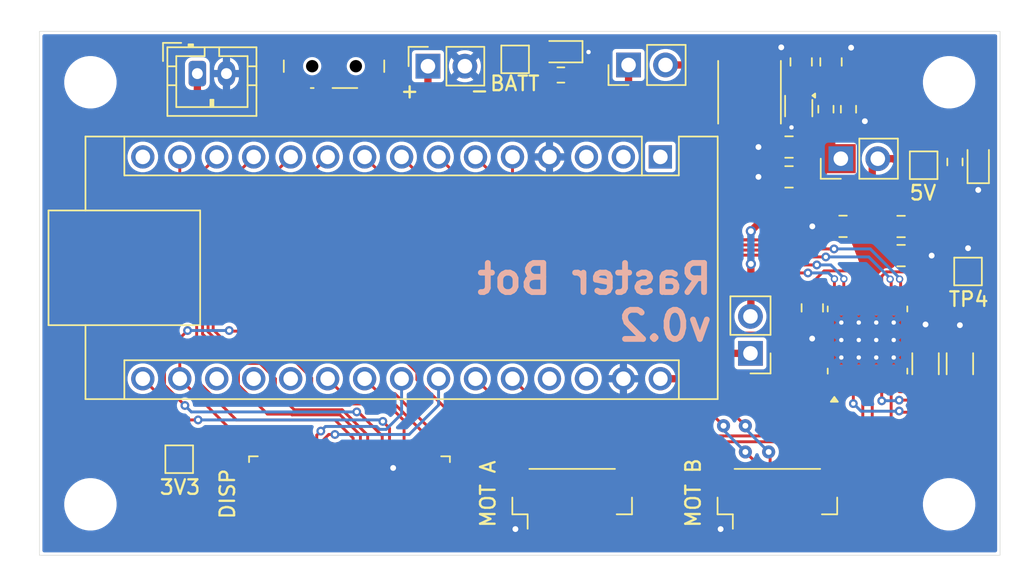
<source format=kicad_pcb>
(kicad_pcb (version 20241229) (generator "pcbnew") (generator_version "9.0")
  (title_block (title "Raster Bot") (rev "v0.2"))
  (layers (0 "F.Cu" signal) (2 "B.Cu" signal) (13 "F.Paste" user) (15 "B.Paste" user) (5 "F.SilkS" user "F.Silkscreen") (7 "B.SilkS" user "B.Silkscreen") (1 "F.Mask" user) (3 "B.Mask" user) (25 "Edge.Cuts" user))
  (net 0 "")
  (net 1 "+3V3")
  (net 2 "+5V")
  (net 3 "GND")
  (net 4 "+BATT")
  (net 5 "/A_IN1")
  (net 6 "/B_IN1")
  (net 10 "/DC")
  (net 11 "/B_ENCB")
  (net 13 "/B_IN2")
  (net 14 "/LITE")
  (net 15 "/SLEEP")
  (net 16 "/A_ENCB")
  (net 17 "/RST")
  (net 18 "/B_ENCA")
  (net 19 "/SDA")
  (net 23 "/SCK")
  (net 24 "/CS")
  (net 25 "/A_IN2")
  (net 26 "/A_ENCA")
  (net 27 "/SCL")
  (net 28 "/MOSI")
  (net 29 "Net-(U1-VINT)")
  (net 30 "Net-(U1-VCP)")
  (net 31 "/A_OUT1")
  (net 32 "/B_OUT2")
  (net 33 "/B_OUT1")
  (net 34 "/A_OUT2")
  (net 35 "Net-(D1-A)")
  (net 36 "Net-(U2-SW)")
  (net 37 "Net-(U1-AISEN)")
  (net 38 "Net-(U1-BISEN)")
  (net 39 "Net-(U2-FB)")
  (net 40 "Net-(D2-A)")
  (net 57 "Net-(J6-Pin_1)")
  (footprint "Resistor_SMD:R_0603_1608Metric" (layer "F.Cu") (at 165.585 80.35 -90)
    (property "Reference" "R4" (hide yes))
    (property "Value" "30k")
  )
  (footprint "Capacitor_SMD:C_0805_2012Metric" (layer "F.Cu") (at 164.385 77.1 90)
    (property "Reference" "C6" (hide yes))
    (property "Value" "10uF")
  )
  (footprint "Connector_PinHeader_2.54mm:PinHeader_1x02_P2.54mm_Vertical" (layer "F.Cu") (at 150.475 77.3114 90)
    (property "Reference" "J3" (hide yes))
    (property "Value" "JUMPER_2PIN" (hide yes))
  )
  (footprint "Inductor_SMD:L_Coilcraft_XxL4030" (layer "F.Cu") (at 158.785 79.185 -90)
    (property "Reference" "L1" (hide yes))
    (property "Value" "1uH")
  )
  (footprint "Module:Arduino_Nano" (layer "F.Cu") (at 152.66 83.6288 -90)
    (property "Reference" "A1" (hide yes))
    (property "Value" "Arduino_Nano_ESP32")
  )
  (footprint "Capacitor_SMD:C_0805_2012Metric" (layer "F.Cu") (at 169.2 88.41)
    (property "Reference" "C2" (hide yes))
    (property "Value" "0.01uF")
  )
  (footprint "Capacitor_SMD:C_0805_2012Metric" (layer "F.Cu") (at 165.21 88.4 180)
    (property "Reference" "C4" (hide yes))
    (property "Value" "10uF")
  )
  (footprint "MountingHole:MountingHole_3.2mm_M3" (layer "F.Cu") (at 172.5 78.5)
    (property "Reference" "H2" (hide yes))
    (property "Value" "MountingHole")
  )
  (footprint "TestPoint:TestPoint_Pad_1.5x1.5mm" (layer "F.Cu") (at 142.68 76.925)
    (property "Reference" "TP3" (hide yes))
    (property "Value" "TestPoint")
  )
  (footprint "LED_SMD:LED_0603_1608Metric" (layer "F.Cu") (at 174.5 83.95 90)
    (property "Reference" "D2" (hide yes))
    (property "Value" "LED")
  )
  (footprint "TestPoint:TestPoint_Pad_1.5x1.5mm" (layer "F.Cu") (at 170.75 84.2)
    (property "Reference" "TP2" (hide yes))
    (property "Value" "TestPoint")
  )
  (footprint "Capacitor_SMD:C_0805_2012Metric" (layer "F.Cu") (at 161.5 82.95 180)
    (property "Reference" "C7" (hide yes))
    (property "Value" "22uF")
  )
  (footprint "LED_SMD:LED_0603_1608Metric" (layer "F.Cu") (at 145.825 76.4 180)
    (property "Reference" "D1" (hide yes))
    (property "Value" "LED")
  )
  (footprint "Resistor_SMD:R_1206_3216Metric" (layer "F.Cu") (at 173.24 97.84 90)
    (property "Reference" "R1" (hide yes))
    (property "Value" "0.2")
  )
  (footprint "Package_TO_SOT_SMD:SOT-563" (layer "F.Cu") (at 162.1662 80.1349 -90)
    (property "Reference" "U2" (hide yes))
    (property "Value" "TPS61023DRLR")
  )
  (footprint "Connector_PinSocket_2.54mm:PinSocket_1x02_P2.54mm_Vertical" (layer "F.Cu") (at 136.6902 77.3954 90)
    (property "Reference" "J7" (hide yes))
    (property "Value" "PinSocket_1x02")
  )
  (footprint "Connector_JST:JST_PH_B2B-PH-K_1x02_P2.00mm_Vertical" (layer "F.Cu") (at 120.8472 77.9034)
    (property "Reference" "J6" (hide yes))
    (property "Value" "JST_PH")
  )
  (footprint "raster-bot:SW_SPDT_Shouhan_MSK12C02" (layer "F.Cu") (at 130.2372 77.3954 180)
    (property "Reference" "SW1" (hide yes))
    (property "Value" "SW_SPDT")
  )
  (footprint "Connector_PinHeader_2.54mm:PinHeader_1x02_P2.54mm_Vertical" (layer "F.Cu") (at 165.06 83.75 90)
    (property "Reference" "J2" (hide yes))
    (property "Value" "JUMPER_2PIN")
  )
  (footprint "Resistor_SMD:R_1206_3216Metric" (layer "F.Cu") (at 170.88 97.84 90)
    (property "Reference" "R2" (hide yes))
    (property "Value" "0.2")
  )
  (footprint "Resistor_SMD:R_0603_1608Metric" (layer "F.Cu") (at 145.825 78 180)
    (property "Reference" "R5" (hide yes))
    (property "Value" "2.2k")
  )
  (footprint "raster-bot:XUNPU_FPC-05F-18PH20_1x18-1MP_P0.5mm_Horizontal" (layer "F.Cu") (at 131.3 105.1)
    (property "Reference" "J4" (hide yes))
    (property "Value" "Conn_EYESPI")
  )
  (footprint "Connector_JST:JST_SH_BM06B-SRSS-TB_1x06-1MP_P1.00mm_Vertical" (layer "F.Cu") (at 146.6 107.075)
    (property "Reference" "J5" (hide yes))
    (property "Value" "Conn_Motor_N20_Encoder")
  )
  (footprint "TestPoint:TestPoint_Pad_1.5x1.5mm" (layer "F.Cu") (at 119.6 104.4)
    (property "Reference" "TP1" (hide yes))
    (property "Value" "TestPoint")
  )
  (footprint "Capacitor_SMD:C_0805_2012Metric" (layer "F.Cu") (at 162.335 77.1 90)
    (property "Reference" "C5" (hide yes))
    (property "Value" "0.1uF")
  )
  (footprint "MountingHole:MountingHole_3.2mm_M3" (layer "F.Cu") (at 172.5 107.5)
    (property "Reference" "H4" (hide yes))
    (property "Value" "MountingHole")
  )
  (footprint "Connector_PinHeader_2.54mm:PinHeader_1x02_P2.54mm_Vertical" (layer "F.Cu") (at 158.85 97.125 180)
    (property "Reference" "J1" (hide yes))
    (property "Value" "JUMPER_2PIN")
  )
  (footprint "Capacitor_SMD:C_0805_2012Metric" (layer "F.Cu") (at 163.1 94 -90)
    (property "Reference" "C1" (hide yes))
    (property "Value" "2.2uF")
  )
  (footprint "raster-bot:HTSSOP-16-1EP_4.4x5mm_P0.65mm_EP3.4x5mm_Mask2.66x2.46mm_ThermalVias" (layer "F.Cu") (at 166.8932 96.2104 90)
    (property "Reference" "U1" (hide yes))
    (property "Value" "DRV8833PWPR")
  )
  (footprint "MountingHole:MountingHole_3.2mm_M3" (layer "F.Cu") (at 113.5 78.5)
    (property "Reference" "H1" (hide yes))
    (property "Value" "MountingHole")
  )
  (footprint "Resistor_SMD:R_0603_1608Metric" (layer "F.Cu") (at 172.9 83.975 90)
    (property "Reference" "R6" (hide yes))
    (property "Value" "2.2k")
  )
  (footprint "Capacitor_SMD:C_0805_2012Metric" (layer "F.Cu") (at 161.5 85 180)
    (property "Reference" "C8" (hide yes))
    (property "Value" "22uF")
  )
  (footprint "Capacitor_SMD:C_0805_2012Metric" (layer "F.Cu") (at 169.2 90.41)
    (property "Reference" "C3" (hide yes))
    (property "Value" "0.1uF")
  )
  (footprint "TestPoint:TestPoint_Pad_1.5x1.5mm" (layer "F.Cu") (at 173.8 91.5)
    (property "Reference" "TP4")
    (property "Value" "TestPoint")
  )
  (footprint "MountingHole:MountingHole_3.2mm_M3" (layer "F.Cu") (at 113.5 107.5)
    (property "Reference" "H3" (hide yes))
    (property "Value" "MountingHole")
  )
  (footprint "Connector_JST:JST_SH_BM06B-SRSS-TB_1x06-1MP_P1.00mm_Vertical" (layer "F.Cu") (at 160.7 107.075)
    (property "Reference" "J8" (hide yes))
    (property "Value" "Conn_Motor_N20_Encoder")
  )
  (footprint "Resistor_SMD:R_0603_1608Metric" (layer "F.Cu") (at 164.035 80.35 90)
    (property "Reference" "R3" (hide yes))
    (property "Value" "220k")
  )
  (gr_rect (start 110 75) (end 176 111) (stroke (width 0.0381)) (fill no) (layer "Edge.Cuts"))
  (gr_text "3V3" (at 118.17 106.91 0) (layer "F.SilkS") (effects (font (size 1 1) (thickness 0.16)) (justify left bottom)))
  (gr_text "DISP" (at 123.5 108.6 90) (layer "F.SilkS") (effects (font (size 1 1) (thickness 0.16)) (justify left bottom)))
  (gr_text "+" (at 134.71 79.67 0) (layer "F.SilkS") (effects (font (size 1 1) (thickness 0.16)) (justify left bottom)))
  (gr_text "5V" (at 170.7 86.1 0) (layer "F.SilkS") (effects (font (size 1 1) (thickness 0.16))))
  (gr_text "-" (at 139.51 79.64 0) (layer "F.SilkS") (effects (font (size 1 1) (thickness 0.16)) (justify left bottom)))
  (gr_text "MOT B" (at 155.5 109.175 90) (layer "F.SilkS") (effects (font (size 1 1) (thickness 0.16)) (justify left bottom)))
  (gr_text "BATT" (at 140.86 79.17 0) (layer "F.SilkS") (effects (font (size 1 1) (thickness 0.16)) (justify left bottom)))
  (gr_text "MOT A" (at 141.4 109.175 90) (layer "F.SilkS") (effects (font (size 1 1) (thickness 0.16)) (justify left bottom)))
  (gr_text "Raster Bot\n${REVISION}" (at 156.4 96.4 0) (layer "B.SilkS") (effects (font (size 2 2) (thickness 0.4) (bold yes)) (justify left bottom mirror)))
  (segment (start 148.025001 110.1) (end 160.274999 110.1) (width 0.2) (layer "F.Cu") (net 1))
  (segment (start 147.1 108.4) (end 147.1 109.174999) (width 0.2) (layer "F.Cu") (net 1))
  (segment (start 161.2 109.174999) (end 161.2 108.4) (width 0.2) (layer "F.Cu") (net 1))
  (segment (start 128.211 106.3) (end 134.6 106.3) (width 0.2) (layer "F.Cu") (net 1))
  (segment (start 120.5 104.4) (end 122.7852 104.4) (width 0.2) (layer "F.Cu") (net 1))
  (segment (start 119.64 98.8688) (end 119.64 96.0914) (width 0.2) (layer "F.Cu") (net 1))
  (segment (start 125.118 103.207) (end 128.211 106.3) (width 0.2) (layer "F.Cu") (net 1))
  (segment (start 122.7852 104.4) (end 123.9782 103.207) (width 0.2) (layer "F.Cu") (net 1))
  (segment (start 123.0784 95.6) (end 123.0358 95.5574) (width 0.2) (layer "F.Cu") (net 1))
  (segment (start 135.931 98.433461) (end 133.097539 95.6) (width 0.2) (layer "F.Cu") (net 1))
  (segment (start 133.097539 95.6) (end 123.0784 95.6) (width 0.2) (layer "F.Cu") (net 1))
  (segment (start 160.274999 110.1) (end 161.2 109.174999) (width 0.2) (layer "F.Cu") (net 1))
  (segment (start 147.1 106.307224) (end 142.492776 101.7) (width 0.2) (layer "F.Cu") (net 1))
  (segment (start 138.7 101.7) (end 135.931 98.931) (width 0.2) (layer "F.Cu") (net 1))
  (segment (start 119.6 104.4) (end 120.7852 104.4) (width 0.2) (layer "F.Cu") (net 1))
  (segment (start 135.931 98.931) (end 135.931 98.433461) (width 0.2) (layer "F.Cu") (net 1))
  (segment (start 147.1 109.174999) (end 148.025001 110.1) (width 0.2) (layer "F.Cu") (net 1))
  (segment (start 123.9782 103.207) (end 125.118 103.207) (width 0.2) (layer "F.Cu") (net 1))
  (segment (start 135.55 105.35) (end 135.55 103.6) (width 0.2) (layer "F.Cu") (net 1))
  (segment (start 147.1 108.4) (end 147.1 106.307224) (width 0.2) (layer "F.Cu") (net 1))
  (segment (start 142.492776 101.7) (end 138.7 101.7) (width 0.2) (layer "F.Cu") (net 1))
  (segment (start 119.64 96.0914) (end 120.174 95.5574) (width 0.2) (layer "F.Cu") (net 1))
  (segment (start 134.6 106.3) (end 135.55 105.35) (width 0.2) (layer "F.Cu") (net 1))
  (segment (start 119.64 98.8688) (end 123.9782 103.207) (width 0.2) (layer "F.Cu") (net 1))
  (via (at 120.174 95.5574) (size 0.6) (drill 0.3) (layers "F.Cu" "B.Cu") (net 1))
  (via (at 123.0358 95.5574) (size 0.6) (drill 0.3) (layers "F.Cu" "B.Cu") (net 1))
  (segment (start 120.174 95.5574) (end 123.0358 95.5574) (width 0.2) (layer "B.Cu") (net 1))
  (segment (start 167.6 83.75) (end 168.7 83.75) (width 0.5) (layer "F.Cu") (net 2))
  (segment (start 160.808 86.8) (end 158.88 88.728) (width 0.5) (layer "F.Cu") (net 2))
  (segment (start 167.2182 84.1318) (end 167.2182 93.3479) (width 0.5) (layer "F.Cu") (net 2))
  (segment (start 158.88 90.981) (end 158.88 94.555) (width 0.5) (layer "F.Cu") (net 2))
  (segment (start 154.7188 98.8688) (end 152.66 98.8688) (width 0.5) (layer "F.Cu") (net 2))
  (segment (start 172.3 84.2) (end 172.9 84.8) (width 0.5) (layer "F.Cu") (net 2))
  (segment (start 169.15 84.2) (end 170.75 84.2) (width 0.5) (layer "F.Cu") (net 2))
  (segment (start 158.88 94.555) (end 158.85 94.585) (width 0.5) (layer "F.Cu") (net 2))
  (segment (start 167.6 83.75) (end 167.2182 84.1318) (width 0.5) (layer "F.Cu") (net 2))
  (segment (start 156.525 97.125) (end 154.75 98.9) (width 0.5) (layer "F.Cu") (net 2))
  (segment (start 168.7 83.75) (end 169.15 84.2) (width 0.5) (layer "F.Cu") (net 2))
  (segment (start 154.75 98.9) (end 154.7188 98.8688) (width 0.5) (layer "F.Cu") (net 2))
  (segment (start 158.85 97.125) (end 156.525 97.125) (width 0.5) (layer "F.Cu") (net 2))
  (segment (start 167.2182 86.8) (end 160.808 86.8) (width 0.5) (layer "F.Cu") (net 2))
  (segment (start 170.75 84.2) (end 172.3 84.2) (width 0.5) (layer "F.Cu") (net 2))
  (via (at 158.88 88.728) (size 0.7) (drill 0.4) (layers "F.Cu" "B.Cu") (net 2))
  (via (at 158.88 90.981) (size 0.7) (drill 0.4) (layers "F.Cu" "B.Cu") (net 2))
  (segment (start 152.6912 98.9) (end 152.66 98.8688) (width 0.5) (layer "B.Cu") (net 2))
  (segment (start 152.6714 98.8574) (end 152.66 98.8688) (width 0.5) (layer "B.Cu") (net 2))
  (segment (start 158.88 88.728) (end 158.88 90.981) (width 0.5) (layer "B.Cu") (net 2))
  (segment (start 174.5 84.7375) (end 174.5 85.9) (width 0.5) (layer "F.Cu") (net 3))
  (segment (start 134.3 105) (end 134.55 104.75) (width 0.2) (layer "F.Cu") (net 3))
  (segment (start 163.1 94.95) (end 163.1 96.1) (width 0.5) (layer "F.Cu") (net 3))
  (segment (start 147.725 76.4224) (end 146.6349 76.4224) (width 0.5) (layer "F.Cu") (net 3))
  (segment (start 158.2 108.4) (end 157.6 108.4) (width 0.5) (layer "F.Cu") (net 3))
  (segment (start 166.71 81.175) (end 165.585 81.175) (width 0.5) (layer "F.Cu") (net 3))
  (segment (start 160.9662 76.1) (end 160.9662 76.1224) (width 0.5) (layer "F.Cu") (net 3))
  (segment (start 166.5682 93.3479) (end 166.5682 95.8854) (width 0.5) (layer "F.Cu") (net 3))
  (segment (start 134.55 104.75) (end 134.55 103.6) (width 0.2) (layer "F.Cu") (net 3))
  (segment (start 163.1 96.1) (end 163.09 96.11) (width 0.5) (layer "F.Cu") (net 3))
  (segment (start 173.8 91.5) (end 173.8 89.9) (width 0.5) (layer "F.Cu") (net 3))
  (segment (start 164.26 88.4) (end 163.1 88.4) (width 0.5) (layer "F.Cu") (net 3))
  (segment (start 164.385 76.15) (end 165.7386 76.15) (width 0.5) (layer "F.Cu") (net 3))
  (segment (start 166.5682 95.8854) (end 166.8932 96.2104) (width 0.5) (layer "F.Cu") (net 3))
  (segment (start 161.6662 81.5962) (end 161.6662 80.8474) (width 0.2) (layer "F.Cu") (net 3))
  (segment (start 157.6 108.4) (end 156.8 109.2) (width 0.5) (layer "F.Cu") (net 3))
  (segment (start 165.7386 76.15) (end 165.7662 76.1224) (width 0.5) (layer "F.Cu") (net 3))
  (segment (start 144.1 108.4) (end 143.5 108.4) (width 0.5) (layer "F.Cu") (net 3))
  (segment (start 170.15 90.41) (end 171.3 90.41) (width 0.5) (layer "F.Cu") (net 3))
  (segment (start 161.67 81.6) (end 161.6662 81.5962) (width 0.2) (layer "F.Cu") (net 3))
  (segment (start 160.55 85) (end 159.4 85) (width 0.5) (layer "F.Cu") (net 3))
  (segment (start 146.6349 76.4224) (end 146.6125 76.4) (width 0.762) (layer "F.Cu") (net 3))
  (segment (start 160.9662 76.1224) (end 160.9938 76.15) (width 0.5) (layer "F.Cu") (net 3))
  (segment (start 143.5 108.4) (end 142.7 109.2) (width 0.5) (layer "F.Cu") (net 3))
  (segment (start 170.88 96.3775) (end 170.88 95.14) (width 0.5) (layer "F.Cu") (net 3))
  (segment (start 160.55 82.95) (end 159.4 82.95) (width 0.5) (layer "F.Cu") (net 3))
  (segment (start 160.9938 76.15) (end 162.335 76.15) (width 0.5) (layer "F.Cu") (net 3))
  (segment (start 173.24 96.3775) (end 173.24 95.19) (width 0.5) (layer "F.Cu") (net 3))
  (via (at 173.24 95.19) (size 0.7) (drill 0.4) (layers "F.Cu" "B.Cu") (net 3))
  (via (at 163.09 96.11) (size 0.7) (drill 0.4) (layers "F.Cu" "B.Cu") (net 3))
  (via (at 142.7 109.2) (size 0.9) (drill 0.4) (layers "F.Cu" "B.Cu") (net 3))
  (via (at 166.71 81.175) (size 0.7) (drill 0.4) (layers "F.Cu" "B.Cu") (net 3))
  (via (at 171.3 90.41) (size 0.7) (drill 0.4) (layers "F.Cu" "B.Cu") (net 3))
  (via (at 165.7662 76.1224) (size 0.7) (drill 0.4) (layers "F.Cu" "B.Cu") (net 3))
  (via (at 174.5 85.9) (size 0.7) (drill 0.4) (layers "F.Cu" "B.Cu") (net 3))
  (via (at 161.67 81.6) (size 0.6) (drill 0.3) (layers "F.Cu" "B.Cu") (net 3))
  (via (at 170.88 95.14) (size 0.7) (drill 0.4) (layers "F.Cu" "B.Cu") (net 3))
  (via (at 147.725 76.4224) (size 0.6) (drill 0.3) (layers "F.Cu" "B.Cu") (net 3))
  (via (at 159.4 82.95) (size 0.7) (drill 0.4) (layers "F.Cu" "B.Cu") (net 3))
  (via (at 134.3 105) (size 0.7) (drill 0.4) (layers "F.Cu" "B.Cu") (net 3))
  (via (at 159.4 85) (size 0.7) (drill 0.4) (layers "F.Cu" "B.Cu") (net 3))
  (via (at 160.9662 76.1) (size 0.7) (drill 0.4) (layers "F.Cu" "B.Cu") (net 3))
  (via (at 156.8 109.2) (size 0.9) (drill 0.4) (layers "F.Cu" "B.Cu") (net 3))
  (via (at 163.1 88.4) (size 0.7) (drill 0.4) (layers "F.Cu" "B.Cu") (net 3))
  (via (at 173.8 89.9) (size 0.7) (drill 0.4) (layers "F.Cu" "B.Cu") (net 3))
  (segment (start 155.2614 77.3114) (end 155.95 78) (width 0.5) (layer "F.Cu") (net 4))
  (segment (start 132.4872 79.3454) (end 133.3742 80.2324) (width 0.5) (layer "F.Cu") (net 4))
  (segment (start 142.68 76.925) (end 142.68 80.1) (width 0.5) (layer "F.Cu") (net 4))
  (segment (start 149.0676 80.2324) (end 150.475 78.825) (width 0.5) (layer "F.Cu") (net 4))
  (segment (start 146.325 80.2074) (end 146.3 80.2324) (width 0.5) (layer "F.Cu") (net 4))
  (segment (start 136.6902 77.3954) (end 136.6902 80.2324) (width 0.5) (layer "F.Cu") (net 4))
  (segment (start 134.3902 80.2324) (end 144.7712 80.2324) (width 0.5) (layer "F.Cu") (net 4))
  (segment (start 146.65 78) (end 146.65 80.2074) (width 0.5) (layer "F.Cu") (net 4))
  (segment (start 155.95 78) (end 158.785 78) (width 0.5) (layer "F.Cu") (net 4))
  (segment (start 133.3742 80.2324) (end 134.3902 80.2324) (width 0.5) (layer "F.Cu") (net 4))
  (segment (start 144.7712 80.2324) (end 146.3 80.2324) (width 0.5) (layer "F.Cu") (net 4))
  (segment (start 153.015 77.3114) (end 155.2614 77.3114) (width 0.5) (layer "F.Cu") (net 4))
  (segment (start 150.475 78.825) (end 150.475 77.3114) (width 0.5) (layer "F.Cu") (net 4))
  (segment (start 146.3 80.2324) (end 149.0676 80.2324) (width 0.5) (layer "F.Cu") (net 4))
  (segment (start 164.620109 92.092738) (end 164.6182 92.094647) (width 0.2) (layer "F.Cu") (net 5))
  (segment (start 141.6322 90.381) (end 134.88 83.6288) (width 0.2) (layer "F.Cu") (net 5))
  (segment (start 164.6182 92.094647) (end 164.6182 93.3479) (width 0.2) (layer "F.Cu") (net 5))
  (segment (start 160.101 90.381) (end 141.6322 90.381) (width 0.2) (layer "F.Cu") (net 5))
  (segment (start 161.32 91.6) (end 160.101 90.381) (width 0.2) (layer "F.Cu") (net 5))
  (segment (start 164.619997 92.01) (end 164.620109 92.010112) (width 0.2) (layer "F.Cu") (net 5))
  (segment (start 162.8 91.6) (end 161.32 91.6) (width 0.2) (layer "F.Cu") (net 5))
  (segment (start 164.620109 92.010112) (end 164.620109 92.092738) (width 0.2) (layer "F.Cu") (net 5))
  (via (at 164.619997 92.01) (size 0.5) (drill 0.3) (layers "F.Cu" "B.Cu") (net 5))
  (via (at 162.8 91.6) (size 0.6) (drill 0.3) (layers "F.Cu" "B.Cu") (net 5))
  (segment (start 164.209997 91.6) (end 162.8 91.6) (width 0.2) (layer "B.Cu") (net 5))
  (segment (start 164.619997 92.01) (end 164.209997 91.6) (width 0.2) (layer "B.Cu") (net 5))
  (segment (start 164.255738 89.949) (end 161.158165 89.949) (width 0.2) (layer "F.Cu") (net 6))
  (segment (start 169.096686 92.026) (end 169.1682 92.097514) (width 0.2) (layer "F.Cu") (net 6))
  (segment (start 164.256738 89.95) (end 164.255738 89.949) (width 0.2) (layer "F.Cu") (net 6))
  (segment (start 158.631057 89.329) (end 158.622057 89.32) (width 0.2) (layer "F.Cu") (net 6))
  (segment (start 159.137943 89.32) (end 159.128943 89.329) (width 0.2) (layer "F.Cu") (net 6))
  (segment (start 159.128943 89.329) (end 158.631057 89.329) (width 0.2) (layer "F.Cu") (net 6))
  (segment (start 169.168206 92.100012) (end 169.168206 92.15) (width 0.2) (layer "F.Cu") (net 6))
  (segment (start 142.5 85.43) (end 142.5 83.6288) (width 0.2) (layer "F.Cu") (net 6))
  (segment (start 169.096686 92.026) (end 169.096686 92.028492) (width 0.2) (layer "F.Cu") (net 6))
  (segment (start 157.4 89.32) (end 146.38 89.32) (width 0.2) (layer "F.Cu") (net 6))
  (segment (start 161.158165 89.949) (end 160.538166 89.329) (width 0.2) (layer "F.Cu") (net 6))
  (segment (start 158.622057 89.32) (end 157.4 89.32) (width 0.2) (layer "F.Cu") (net 6))
  (segment (start 142.495 85.435) (end 142.5 85.43) (width 0.2) (layer "F.Cu") (net 6))
  (segment (start 146.38 89.32) (end 142.495 85.435) (width 0.2) (layer "F.Cu") (net 6))
  (segment (start 169.1682 92.097514) (end 169.1682 93.3479) (width 0.2) (layer "F.Cu") (net 6))
  (segment (start 160.538166 89.329) (end 157.409 89.329) (width 0.2) (layer "F.Cu") (net 6))
  (segment (start 157.409 89.329) (end 157.4 89.32) (width 0.2) (layer "F.Cu") (net 6))
  (segment (start 169.096686 92.028492) (end 169.168206 92.100012) (width 0.2) (layer "F.Cu") (net 6))
  (segment (start 164.593453 89.95) (end 164.256738 89.95) (width 0.2) (layer "F.Cu") (net 6))
  (via (at 169.096686 92.026) (size 0.5) (drill 0.3) (layers "F.Cu" "B.Cu") (net 6))
  (via (at 164.593453 89.95) (size 0.6) (drill 0.3) (layers "F.Cu" "B.Cu") (net 6))
  (segment (start 167.084971 89.95) (end 164.593453 89.95) (width 0.2) (layer "B.Cu") (net 6))
  (segment (start 169.096686 92.026) (end 169.096686 91.961715) (width 0.2) (layer "B.Cu") (net 6))
  (segment (start 169.096686 91.961715) (end 167.084971 89.95) (width 0.2) (layer "B.Cu") (net 6))
  (segment (start 130.796388 101) (end 132.55 102.753612) (width 0.2) (layer "F.Cu") (net 10))
  (segment (start 127.26 83.6288) (end 121.583 89.3058) (width 0.2) (layer "F.Cu") (net 10))
  (segment (start 132.55 102.753612) (end 132.55 103.85) (width 0.2) (layer "F.Cu") (net 10))
  (segment (start 123.321526 97.378474) (end 123.760851 97.8178) (width 0.2) (layer "F.Cu") (net 10))
  (segment (start 126.209 98.871461) (end 126.209 99.709) (width 0.2) (layer "F.Cu") (net 10))
  (segment (start 121.583 89.3058) (end 121.583 95.639949) (width 0.2) (layer "F.Cu") (net 10))
  (segment (start 126.209 99.709) (end 127.5 101) (width 0.2) (layer "F.Cu") (net 10))
  (segment (start 125.155339 97.8178) (end 126.209 98.871461) (width 0.2) (layer "F.Cu") (net 10))
  (segment (start 123.760851 97.8178) (end 125.155339 97.8178) (width 0.2) (layer "F.Cu") (net 10))
  (segment (start 127.5 101) (end 130.796388 101) (width 0.2) (layer "F.Cu") (net 10))
  (segment (start 121.583 95.639949) (end 123.321526 97.378474) (width 0.2) (layer "F.Cu") (net 10))
  (segment (start 159.2 104.6) (end 159.2 108.4) (width 0.2) (layer "F.Cu") (net 11))
  (segment (start 142.1912 101.1) (end 143.1 101.1) (width 0.2) (layer "F.Cu") (net 11))
  (segment (start 156 101.1) (end 157 102.1) (width 0.2) (layer "F.Cu") (net 11))
  (segment (start 139.96 98.8688) (end 142.1912 101.1) (width 0.2) (layer "F.Cu") (net 11))
  (segment (start 158.5 103.9) (end 159.2 104.6) (width 0.2) (layer "F.Cu") (net 11))
  (segment (start 143.1 101.1) (end 156 101.1) (width 0.2) (layer "F.Cu") (net 11))
  (via (at 158.5 103.9) (size 0.9) (drill 0.4) (layers "F.Cu" "B.Cu") (net 11))
  (via (at 157 102.1) (size 0.9) (drill 0.4) (layers "F.Cu" "B.Cu") (net 11))
  (segment (start 157 102.4) (end 158.5 103.9) (width 0.2) (layer "B.Cu") (net 11))
  (segment (start 157 102.1) (end 157 102.4) (width 0.2) (layer "B.Cu") (net 11))
  (segment (start 164.027506 90.5) (end 161.212776 90.5) (width 0.2) (layer "F.Cu") (net 13))
  (segment (start 168.518149 92.099952) (end 168.5182 92.100003) (width 0.2) (layer "F.Cu") (net 13))
  (segment (start 161.212776 90.5) (end 160.392777 89.68) (width 0.2) (layer "F.Cu") (net 13))
  (segment (start 168.518149 92.090285) (end 168.518149 92.099952) (width 0.2) (layer "F.Cu") (net 13))
  (segment (start 160.392777 89.68) (end 146.0112 89.68) (width 0.2) (layer "F.Cu") (net 13))
  (segment (start 168.453864 92.026) (end 168.518149 92.090285) (width 0.2) (layer "F.Cu") (net 13))
  (segment (start 168.446683 92.026) (end 168.465345 92.044662) (width 0.2) (layer "F.Cu") (net 13))
  (segment (start 168.518203 92.091753) (end 168.518203 92.15) (width 0.2) (layer "F.Cu") (net 13))
  (segment (start 168.465345 92.044662) (end 168.471112 92.044662) (width 0.2) (layer "F.Cu") (net 13))
  (segment (start 168.471112 92.044662) (end 168.518203 92.091753) (width 0.2) (layer "F.Cu") (net 13))
  (segment (start 146.0112 89.68) (end 139.96 83.6288) (width 0.2) (layer "F.Cu") (net 13))
  (segment (start 168.446683 92.026) (end 168.453864 92.026) (width 0.2) (layer "F.Cu") (net 13))
  (segment (start 168.5182 92.100003) (end 168.5182 93.3479) (width 0.2) (layer "F.Cu") (net 13))
  (via (at 168.446683 92.026) (size 0.5) (drill 0.3) (layers "F.Cu" "B.Cu") (net 13))
  (via (at 164.027506 90.5) (size 0.6) (drill 0.3) (layers "F.Cu" "B.Cu") (net 13))
  (segment (start 168.471112 92.001571) (end 168.471112 91.994391) (width 0.2) (layer "B.Cu") (net 13))
  (segment (start 166.976721 90.5) (end 164.027506 90.5) (width 0.2) (layer "B.Cu") (net 13))
  (segment (start 168.471112 91.994391) (end 166.976721 90.5) (width 0.2) (layer "B.Cu") (net 13))
  (segment (start 168.446683 92.026) (end 168.471112 92.001571) (width 0.2) (layer "B.Cu") (net 13))
  (segment (start 121.934 95.494561) (end 123.501239 97.0618) (width 0.2) (layer "F.Cu") (net 14))
  (segment (start 129.8 83.6288) (end 121.934 91.4948) (width 0.2) (layer "F.Cu") (net 14))
  (segment (start 135.05 101.75) (end 135.05 103.85) (width 0.2) (layer "F.Cu") (net 14))
  (segment (start 123.501239 97.0618) (end 126.939339 97.0618) (width 0.2) (layer "F.Cu") (net 14))
  (segment (start 133.9 100.6) (end 135.05 101.75) (width 0.2) (layer "F.Cu") (net 14))
  (segment (start 121.934 91.4948) (end 121.934 95.494561) (width 0.2) (layer "F.Cu") (net 14))
  (segment (start 126.939339 97.0618) (end 128.7 98.822461) (width 0.2) (layer "F.Cu") (net 14))
  (segment (start 128.7 99.5) (end 129.8 100.6) (width 0.2) (layer "F.Cu") (net 14))
  (segment (start 129.8 100.6) (end 133.9 100.6) (width 0.2) (layer "F.Cu") (net 14))
  (segment (start 128.7 98.822461) (end 128.7 99.5) (width 0.2) (layer "F.Cu") (net 14))
  (segment (start 156.37 94.95) (end 157.15 95.73) (width 0.2) (layer "F.Cu") (net 15))
  (segment (start 161.2753 95.73) (end 164.6182 99.0729) (width 0.2) (layer "F.Cu") (net 15))
  (segment (start 143.6612 94.95) (end 156.37 94.95) (width 0.2) (layer "F.Cu") (net 15))
  (segment (start 132.34 83.6288) (end 143.6612 94.95) (width 0.2) (layer "F.Cu") (net 15))
  (segment (start 157.15 95.73) (end 161.2753 95.73) (width 0.2) (layer "F.Cu") (net 15))
  (segment (start 131.1802 100.249) (end 134.049 100.249) (width 0.2) (layer "F.Cu") (net 16))
  (segment (start 129.8 98.8688) (end 131.1802 100.249) (width 0.2) (layer "F.Cu") (net 16))
  (segment (start 145.1 105.3) (end 145.1 108.4) (width 0.2) (layer "F.Cu") (net 16))
  (segment (start 142.3 102.5) (end 145.1 105.3) (width 0.2) (layer "F.Cu") (net 16))
  (segment (start 134.049 100.249) (end 136.3 102.5) (width 0.2) (layer "F.Cu") (net 16))
  (segment (start 136.3 102.5) (end 142.3 102.5) (width 0.2) (layer "F.Cu") (net 16))
  (segment (start 123.669 98.260521) (end 123.669 99.304139) (width 0.2) (layer "F.Cu") (net 17))
  (segment (start 123.199279 97.7908) (end 123.669 98.260521) (width 0.2) (layer "F.Cu") (net 17))
  (segment (start 132.05 102.75) (end 132.05 103.85) (width 0.2) (layer "F.Cu") (net 17))
  (segment (start 125.664861 101.3) (end 127.303612 101.3) (width 0.2) (layer "F.Cu") (net 17))
  (segment (start 127.303612 101.3) (end 127.354612 101.351) (width 0.2) (layer "F.Cu") (net 17))
  (segment (start 127.354612 101.351) (end 130.651 101.351) (width 0.2) (layer "F.Cu") (net 17))
  (segment (start 130.651 101.351) (end 132.05 102.75) (width 0.2) (layer "F.Cu") (net 17))
  (segment (start 121.205 87.1438) (end 121.205 95.796521) (width 0.2) (layer "F.Cu") (net 17))
  (segment (start 124.72 83.6288) (end 124.72 84.1268) (width 0.254) (layer "F.Cu") (net 17))
  (segment (start 123.669 99.304139) (end 125.664861 101.3) (width 0.2) (layer "F.Cu") (net 17))
  (segment (start 121.205 95.796521) (end 123.199279 97.7908) (width 0.2) (layer "F.Cu") (net 17))
  (segment (start 124.72 83.6288) (end 121.205 87.1438) (width 0.2) (layer "F.Cu") (net 17))
  (segment (start 160.2 104) (end 160.2 108.4) (width 0.2) (layer "F.Cu") (net 18))
  (segment (start 160.1 103.9) (end 160.2 104) (width 0.2) (layer "F.Cu") (net 18))
  (segment (start 142.5 98.8688) (end 144.3802 100.749) (width 0.2) (layer "F.Cu") (net 18))
  (segment (start 157.149 100.749) (end 158.5 102.1) (width 0.2) (layer "F.Cu") (net 18))
  (segment (start 144.3802 100.749) (end 150.5 100.749) (width 0.2) (layer "F.Cu") (net 18))
  (segment (start 150.5 100.749) (end 157.149 100.749) (width 0.2) (layer "F.Cu") (net 18))
  (via (at 158.5 102.1) (size 0.9) (drill 0.4) (layers "F.Cu" "B.Cu") (net 18))
  (via (at 160.1 103.9) (size 0.9) (drill 0.4) (layers "F.Cu" "B.Cu") (net 18))
  (segment (start 158.5 102.3) (end 160.1 103.9) (width 0.2) (layer "B.Cu") (net 18))
  (segment (start 158.5 102.1) (end 158.5 102.3) (width 0.2) (layer "B.Cu") (net 18))
  (segment (start 129.328888 102.468294) (end 129.05 102.747182) (width 0.2) (layer "F.Cu") (net 19))
  (segment (start 129.05 102.747182) (end 129.05 103.6) (width 0.2) (layer "F.Cu") (net 19))
  (segment (start 134.88 98.8688) (end 134.88 99.58) (width 0.2) (layer "F.Cu") (net 19))
  (via (at 129.328888 102.468294) (size 0.6) (drill 0.3) (layers "F.Cu" "B.Cu") (net 19))
  (segment (start 133.161177 102.149) (end 133.362177 102.35) (width 0.2) (layer "B.Cu") (net 19))
  (segment (start 129.648182 102.149) (end 133.161177 102.149) (width 0.2) (layer "B.Cu") (net 19))
  (segment (start 134.88 101.288641) (end 134.88 98.8688) (width 0.2) (layer "B.Cu") (net 19))
  (segment (start 133.818641 102.35) (end 134.88 101.288641) (width 0.2) (layer "B.Cu") (net 19))
  (segment (start 129.328888 102.468294) (end 129.648182 102.149) (width 0.2) (layer "B.Cu") (net 19))
  (segment (start 133.362177 102.35) (end 133.818641 102.35) (width 0.2) (layer "B.Cu") (net 19))
  (segment (start 133.590409 101.809591) (end 134.05 102.269182) (width 0.2) (layer "F.Cu") (net 23))
  (segment (start 133.590409 101.799) (end 133.590409 101.809591) (width 0.2) (layer "F.Cu") (net 23))
  (segment (start 134.05 102.269182) (end 134.05 103.85) (width 0.2) (layer "F.Cu") (net 23))
  (segment (start 119.9312 101.7) (end 117.1 98.8688) (width 0.2) (layer "F.Cu") (net 23))
  (segment (start 119.9312 101.7) (end 120.9 101.7) (width 0.2) (layer "F.Cu") (net 23))
  (via (at 133.590409 101.799) (size 0.6) (drill 0.3) (layers "F.Cu" "B.Cu") (net 23))
  (via (at 120.9 101.7) (size 0.6) (drill 0.3) (layers "F.Cu" "B.Cu") (net 23))
  (segment (start 120.9 101.7) (end 133.491409 101.7) (width 0.2) (layer "B.Cu") (net 23))
  (segment (start 133.491409 101.7) (end 133.590409 101.799) (width 0.2) (layer "B.Cu") (net 23))
  (segment (start 131.55 102.95) (end 131.55 103.85) (width 0.2) (layer "F.Cu") (net 24))
  (segment (start 123.524861 101.7) (end 127.207223 101.7) (width 0.2) (layer "F.Cu") (net 24))
  (segment (start 120.8 95.964277) (end 120.8 98.975139) (width 0.2) (layer "F.Cu") (net 24))
  (segment (start 130.302 101.702) (end 131.55 102.95) (width 0.2) (layer "F.Cu") (net 24))
  (segment (start 127.209224 101.702) (end 130.302 101.702) (width 0.2) (layer "F.Cu") (net 24))
  (segment (start 120.8 98.975139) (end 123.524861 101.7) (width 0.2) (layer "F.Cu") (net 24))
  (segment (start 122.18 83.6288) (end 120.8 85.0088) (width 0.2) (layer "F.Cu") (net 24))
  (segment (start 122.19 83.6288) (end 122.18 83.6288) (width 0.254) (layer "F.Cu") (net 24))
  (segment (start 127.207223 101.7) (end 127.209224 101.702) (width 0.2) (layer "F.Cu") (net 24))
  (segment (start 120.8 85.0088) (end 120.8 95.964277) (width 0.2) (layer "F.Cu") (net 24))
  (segment (start 143.8212 90.03) (end 137.42 83.6288) (width 0.2) (layer "F.Cu") (net 25))
  (segment (start 165.262924 92.017076) (end 165.27 92.01) (width 0.2) (layer "F.Cu") (net 25))
  (segment (start 161.266388 91.05) (end 160.246388 90.03) (width 0.2) (layer "F.Cu") (net 25))
  (segment (start 162.570768 91.05) (end 161.266388 91.05) (width 0.2) (layer "F.Cu") (net 25))
  (segment (start 162.571768 91.049) (end 162.570768 91.05) (width 0.2) (layer "F.Cu") (net 25))
  (segment (start 165.262924 92.09) (end 165.262924 93.342624) (width 0.2) (layer "F.Cu") (net 25))
  (segment (start 160.246388 90.03) (end 143.8212 90.03) (width 0.2) (layer "F.Cu") (net 25))
  (segment (start 165.262924 92.09) (end 165.262924 92.017076) (width 0.2) (layer "F.Cu") (net 25))
  (segment (start 163.410302 91.05) (end 163.029232 91.05) (width 0.2) (layer "F.Cu") (net 25))
  (segment (start 163.029232 91.05) (end 163.028232 91.049) (width 0.2) (layer "F.Cu") (net 25))
  (segment (start 165.262924 93.342624) (end 165.2682 93.3479) (width 0.2) (layer "F.Cu") (net 25))
  (segment (start 163.028232 91.049) (end 162.571768 91.049) (width 0.2) (layer "F.Cu") (net 25))
  (via (at 163.410302 91.05) (size 0.6) (drill 0.3) (layers "F.Cu" "B.Cu") (net 25))
  (via (at 165.27 92.01) (size 0.5) (drill 0.3) (layers "F.Cu" "B.Cu") (net 25))
  (segment (start 165.27 91.951482) (end 164.368518 91.05) (width 0.2) (layer "B.Cu") (net 25))
  (segment (start 165.27 92.01) (end 165.27 91.951482) (width 0.2) (layer "B.Cu") (net 25))
  (segment (start 164.368518 91.05) (end 163.410302 91.05) (width 0.2) (layer "B.Cu") (net 25))
  (segment (start 134.422861 99.898) (end 136.673861 102.149) (width 0.2) (layer "F.Cu") (net 26))
  (segment (start 133.3692 99.898) (end 134.422861 99.898) (width 0.2) (layer "F.Cu") (net 26))
  (segment (start 142.445388 102.149) (end 146.1 105.803612) (width 0.2) (layer "F.Cu") (net 26))
  (segment (start 146.1 105.803612) (end 146.1 108.4) (width 0.2) (layer "F.Cu") (net 26))
  (segment (start 132.34 98.8688) (end 133.3692 99.898) (width 0.2) (layer "F.Cu") (net 26))
  (segment (start 136.673861 102.149) (end 142.445388 102.149) (width 0.2) (layer "F.Cu") (net 26))
  (segment (start 129.55 103.025) (end 129.55 103.85) (width 0.2) (layer "F.Cu") (net 27))
  (segment (start 130.3 102.7) (end 129.875 102.7) (width 0.2) (layer "F.Cu") (net 27))
  (segment (start 129.875 102.7) (end 129.55 103.025) (width 0.2) (layer "F.Cu") (net 27))
  (via (at 130.3 102.7) (size 0.6) (drill 0.3) (layers "F.Cu" "B.Cu") (net 27))
  (segment (start 137.42 100.68) (end 137.42 98.8688) (width 0.2) (layer "B.Cu") (net 27))
  (segment (start 130.3 102.7) (end 135.4 102.7) (width 0.2) (layer "B.Cu") (net 27))
  (segment (start 135.4 102.7) (end 137.42 100.68) (width 0.2) (layer "B.Cu") (net 27))
  (segment (start 132 101.25) (end 133.55 102.8) (width 0.2) (layer "F.Cu") (net 28))
  (segment (start 118.589 99.304139) (end 118.589 89.111) (width 0.2) (layer "F.Cu") (net 28))
  (segment (start 131.9 101.25) (end 132 101.25) (width 0.2) (layer "F.Cu") (net 28))
  (segment (start 118.589 89.111) (end 119.64 88.06) (width 0.2) (layer "F.Cu") (net 28))
  (segment (start 119.64 88.06) (end 119.64 83.6288) (width 0.2) (layer "F.Cu") (net 28))
  (segment (start 131.8 101.15) (end 131.9 101.25) (width 0.2) (layer "F.Cu") (net 28))
  (segment (start 119.99243 100.70757) (end 118.589 99.304139) (width 0.2) (layer "F.Cu") (net 28))
  (segment (start 133.55 102.8) (end 133.55 103.85) (width 0.2) (layer "F.Cu") (net 28))
  (via (at 131.8 101.15) (size 0.6) (drill 0.3) (layers "F.Cu" "B.Cu") (net 28))
  (via (at 119.99243 100.70757) (size 0.6) (drill 0.3) (layers "F.Cu" "B.Cu") (net 28))
  (segment (start 120.43486 101.15) (end 119.99243 100.70757) (width 0.2) (layer "B.Cu") (net 28))
  (segment (start 131.8 101.15) (end 120.43486 101.15) (width 0.2) (layer "B.Cu") (net 28))
  (segment (start 163.1 93.05) (end 163.1 92.27) (width 0.2) (layer "F.Cu") (net 29))
  (segment (start 165.54 91.46) (end 165.9182 91.8382) (width 0.2) (layer "F.Cu") (net 29))
  (segment (start 163.91 91.46) (end 165.54 91.46) (width 0.2) (layer "F.Cu") (net 29))
  (segment (start 165.9182 91.8382) (end 165.9182 93.3479) (width 0.2) (layer "F.Cu") (net 29))
  (segment (start 163.1 92.27) (end 163.91 91.46) (width 0.2) (layer "F.Cu") (net 29))
  (segment (start 171.173943 91.526) (end 171.901 90.798943) (width 0.2) (layer "F.Cu") (net 30))
  (segment (start 168.174 91.526) (end 171.173943 91.526) (width 0.2) (layer "F.Cu") (net 30))
  (segment (start 167.8682 93.3479) (end 167.8682 91.8318) (width 0.2) (layer "F.Cu") (net 30))
  (segment (start 171.901 89.351) (end 170.96 88.41) (width 0.2) (layer "F.Cu") (net 30))
  (segment (start 171.901 90.798943) (end 171.901 89.351) (width 0.2) (layer "F.Cu") (net 30))
  (segment (start 167.8682 91.8318) (end 168.174 91.526) (width 0.2) (layer "F.Cu") (net 30))
  (segment (start 170.96 88.41) (end 170.15 88.41) (width 0.2) (layer "F.Cu") (net 30))
  (segment (start 165.2682 102.1) (end 165.2682 99.0729) (width 0.2) (layer "F.Cu") (net 31))
  (segment (start 149.590448 108.4) (end 155.190448 102.8) (width 0.2) (layer "F.Cu") (net 31))
  (segment (start 149.1 108.4) (end 149.590448 108.4) (width 0.2) (layer "F.Cu") (net 31))
  (segment (start 155.190448 102.8) (end 164.5682 102.8) (width 0.2) (layer "F.Cu") (net 31))
  (segment (start 164.5682 102.8) (end 165.2682 102.1) (width 0.2) (layer "F.Cu") (net 31))
  (segment (start 162.2 105.303611) (end 162.2 108.4) (width 0.2) (layer "F.Cu") (net 32))
  (segment (start 163.554611 103.949) (end 162.2 105.303611) (width 0.2) (layer "F.Cu") (net 32))
  (segment (start 167.2182 99.0729) (end 167.2182 102.903612) (width 0.2) (layer "F.Cu") (net 32))
  (segment (start 166.172812 103.949) (end 163.554611 103.949) (width 0.2) (layer "F.Cu") (net 32))
  (segment (start 167.2182 102.903612) (end 166.172812 103.949) (width 0.2) (layer "F.Cu") (net 32))
  (segment (start 166.3182 104.3) (end 163.7 104.3) (width 0.2) (layer "F.Cu") (net 33))
  (segment (start 163.7 104.3) (end 163.2 104.8) (width 0.2) (layer "F.Cu") (net 33))
  (segment (start 168.5182 102.1) (end 166.3182 104.3) (width 0.2) (layer "F.Cu") (net 33))
  (segment (start 168.5182 99.82298) (end 168.5182 99.0729) (width 0.254) (layer "F.Cu") (net 33))
  (segment (start 163.2 104.8) (end 163.2 108.4) (width 0.2) (layer "F.Cu") (net 33))
  (segment (start 168.5182 99.0729) (end 168.5182 102.1) (width 0.2) (layer "F.Cu") (net 33))
  (segment (start 166.5682 102.1) (end 166.5682 99.0729) (width 0.2) (layer "F.Cu") (net 34))
  (segment (start 148.779744 109.426) (end 149.420256 109.426) (width 0.2) (layer "F.Cu") (net 34))
  (segment (start 165.4682 103.2) (end 166.5682 102.1) (width 0.2) (layer "F.Cu") (net 34))
  (segment (start 155.646256 103.2) (end 165.4682 103.2) (width 0.2) (layer "F.Cu") (net 34))
  (segment (start 149.420256 109.426) (end 155.646256 103.2) (width 0.2) (layer "F.Cu") (net 34))
  (segment (start 148.1 108.4) (end 148.1 108.746256) (width 0.2) (layer "F.Cu") (net 34))
  (segment (start 148.1 108.746256) (end 148.779744 109.426) (width 0.2) (layer "F.Cu") (net 34))
  (segment (start 145 76.4375) (end 145.0375 76.4) (width 0.2) (layer "F.Cu") (net 35))
  (segment (start 145 78) (end 145 76.4375) (width 0.2) (layer "F.Cu") (net 35))
  (segment (start 159.055 80.1) (end 158.785 80.37) (width 0.15) (layer "F.Cu") (net 36))
  (segment (start 162.1662 80.8474) (end 162.1662 80.3171) (width 0.15) (layer "F.Cu") (net 36))
  (segment (start 162.1662 80.3171) (end 161.9491 80.1) (width 0.15) (layer "F.Cu") (net 36))
  (segment (start 161.9491 80.1) (end 159.055 80.1) (width 0.15) (layer "F.Cu") (net 36))
  (segment (start 169.15075 101.17) (end 171.3725 101.17) (width 0.2) (layer "F.Cu") (net 37))
  (segment (start 171.3725 101.17) (end 173.24 99.3025) (width 0.2) (layer "F.Cu") (net 37))
  (segment (start 165.9182 100.58) (end 165.9182 99.0729) (width 0.2) (layer "F.Cu") (net 37))
  (segment (start 169.070748 101.089998) (end 169.15075 101.17) (width 0.2) (layer "F.Cu") (net 37))
  (via (at 169.070748 101.089998) (size 0.6) (drill 0.3) (layers "F.Cu" "B.Cu") (net 37))
  (via (at 165.9182 100.58) (size 0.6) (drill 0.3) (layers "F.Cu" "B.Cu") (net 37))
  (segment (start 165.9182 100.58) (end 165.93 100.58) (width 0.2) (layer "B.Cu") (net 37))
  (segment (start 166.45 101.1) (end 169.003296 101.1) (width 0.2) (layer "B.Cu") (net 37))
  (segment (start 169.003296 101.1) (end 169.070748 101.167452) (width 0.2) (layer "B.Cu") (net 37))
  (segment (start 169.070748 101.167452) (end 169.070748 101.089998) (width 0.2) (layer "B.Cu") (net 37))
  (segment (start 165.93 100.58) (end 166.45 101.1) (width 0.2) (layer "B.Cu") (net 37))
  (segment (start 167.87 100.2218) (end 167.8682 100.22) (width 0.2) (layer "F.Cu") (net 38))
  (segment (start 167.8682 100.22) (end 167.8682 99.0729) (width 0.2) (layer "F.Cu") (net 38))
  (segment (start 169.8425 100.34) (end 170.88 99.3025) (width 0.2) (layer "F.Cu") (net 38))
  (segment (start 167.87 100.39) (end 167.87 100.2218) (width 0.2) (layer "F.Cu") (net 38))
  (segment (start 169.0682 100.34) (end 169.8425 100.34) (width 0.2) (layer "F.Cu") (net 38))
  (via (at 167.87 100.39) (size 0.6) (drill 0.3) (layers "F.Cu" "B.Cu") (net 38))
  (via (at 169.0682 100.34) (size 0.6) (drill 0.3) (layers "F.Cu" "B.Cu") (net 38))
  (segment (start 167.88 100.38) (end 169.0282 100.38) (width 0.2) (layer "B.Cu") (net 38))
  (segment (start 169.0282 100.38) (end 169.0682 100.34) (width 0.2) (layer "B.Cu") (net 38))
  (segment (start 167.87 100.39) (end 167.88 100.38) (width 0.2) (layer "B.Cu") (net 38))
  (segment (start 163.935 79.4) (end 162.6886 79.4) (width 0.15) (layer "F.Cu") (net 39))
  (segment (start 164.035 79.525) (end 164.035 79.5) (width 0.15) (layer "F.Cu") (net 39))
  (segment (start 162.6886 79.4) (end 162.6662 79.4224) (width 0.15) (layer "F.Cu") (net 39))
  (segment (start 164.035 79.5) (end 163.935 79.4) (width 0.15) (layer "F.Cu") (net 39))
  (segment (start 165.585 79.525) (end 164.035 79.525) (width 0.15) (layer "F.Cu") (net 39))
  (segment (start 174.4875 83.15) (end 174.5 83.1625) (width 0.2) (layer "F.Cu") (net 40))
  (segment (start 172.9 83.15) (end 174.4875 83.15) (width 0.2) (layer "F.Cu") (net 40))
  (segment (start 122.5076 80.7658) (end 120.8472 79.1054) (width 0.5) (layer "F.Cu") (net 57))
  (segment (start 120.8472 79.1054) (end 120.8472 77.9034) (width 0.5) (layer "F.Cu") (net 57))
  (segment (start 128.1718 80.7658) (end 122.5076 80.7658) (width 0.5) (layer "F.Cu") (net 57))
  (segment (start 128.1718 80.7658) (end 129.4872 79.4504) (width 0.5) (layer "F.Cu") (net 57))
  (zone (net 4) (net_name "+BATT") (layer "F.Cu") (connect_pads yes (clearance 0.0001)) (min_thickness 0.025) (fill yes (thermal_gap 0.5) (thermal_bridge_width 0.5))
    (polygon (pts (xy 157.085 77.5) (xy 160.885 77.5) (xy 161.285 77.55) (xy 165.135 77.55) (xy 165.135 78.55) (xy 162.34 78.96) (xy 162.34 79.76) (xy 161.485 79.75) (xy 161.485 78.95) (xy 157.085 78.5)))
  )
  (zone (net 2) (net_name "+5V") (layer "F.Cu") (priority 1) (connect_pads yes (clearance 0.0001)) (min_thickness 0.025) (fill yes (thermal_gap 0.5) (thermal_bridge_width 0.5))
    (polygon (pts (xy 162.485 81.2) (xy 162.485 80.5) (xy 162.835 80.5) (xy 163.485 80.65) (xy 164.635 80.65) (xy 164.685 82.75) (xy 166.085 82.75) (xy 166.085 84.75) (xy 164.135 84.75) (xy 162.985 85.85) (xy 161.885 85.85) (xy 161.8 82.25) (xy 162.2 81.7)))
  )
  (zone (net 2) (net_name "+5V") (layer "F.Cu") (priority 3) (connect_pads yes (clearance 0.0001)) (min_thickness 0.25) (fill yes (thermal_gap 0.5) (thermal_bridge_width 0.5))
    (polygon (pts (xy 167 92.6) (xy 165.65 89.15) (xy 165.65 87.65) (xy 167.75 87.65) (xy 168.77048 87.65) (xy 168.75 91.15)))
  )
  (zone (net 3) (net_name "GND") (layer "B.Cu") (priority 4) (connect_pads (clearance 0.25)) (min_thickness 0.25) (fill yes (thermal_gap 0.25) (thermal_bridge_width 0.5))
    (polygon (pts (xy 110 111) (xy 110 75) (xy 176 75) (xy 176 111)))
  )
)
</source>
